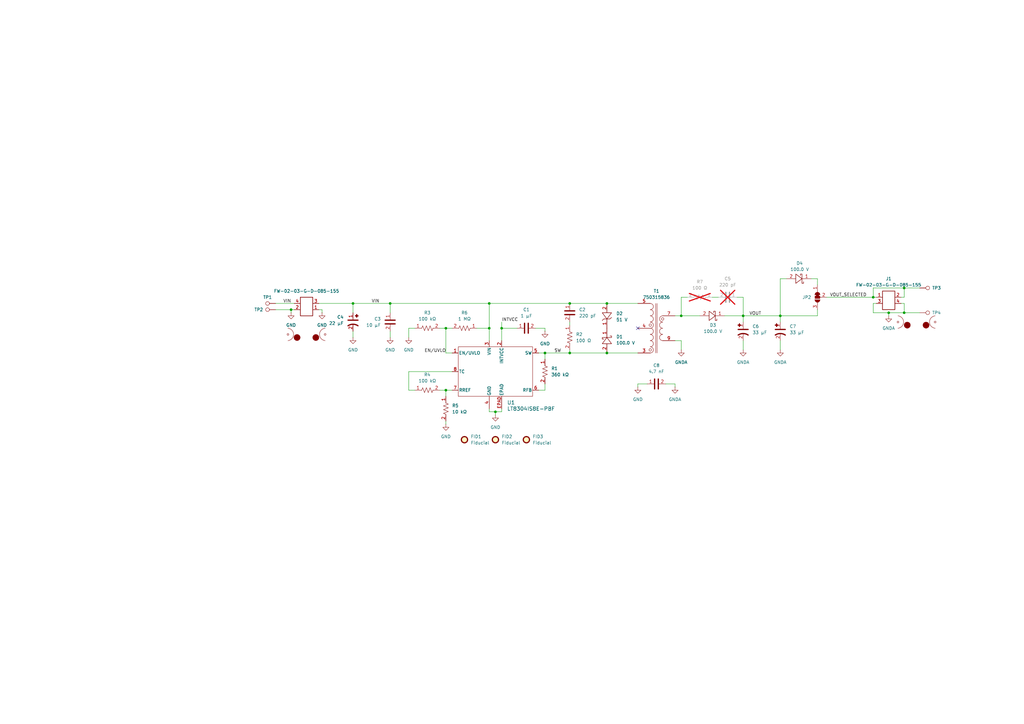
<source format=kicad_sch>
(kicad_sch (version 20250114) (generator "eeschema") (generator_version "9.0")
  (paper "A3")
  (lib_symbols
    (symbol "UNITED_CAPACITORS_DATA_BASE:C_50SVPK22M22" (pin_names (offset 0.254))
      (property "Reference" "C" (at 0 5.08 0))
      (property "Value" "22 µF" (at 0 -5.08 0))
      (symbol "C_50SVPK22M22_1_1"
        (pin unspecified line (at -3.81 0 0) (length 2.8) (name "") (number "1"))
        (pin unspecified line (at 3.81 0 180) (length 2.8) (name "") (number "2"))
      )
    )
    (symbol "UNITED_CAPACITORS_DATA_BASE:C_A768KE336M1HLAE042336" (pin_names (offset 0.254))
      (property "Reference" "C" (at 0 5.08 0))
      (property "Value" "33 µF" (at 0 -5.08 0))
      (symbol "C_A768KE336M1HLAE042336_1_1"
        (pin unspecified line (at -3.81 0 0) (length 2.8) (name "") (number "1"))
        (pin unspecified line (at 3.81 0 180) (length 2.8) (name "") (number "2"))
      )
    )
    (symbol "UNITED_CAPACITORS_DATA_BASE:C_C1206R105K3RAC7800" (pin_names (offset 0.254))
      (property "Reference" "C" (at 0 5.08 0))
      (property "Value" "1 µF" (at 0 -5.08 0))
      (symbol "C_C1206R105K3RAC7800_1_1"
        (pin unspecified line (at -3.81 0 0) (length 2.8) (name "") (number "1"))
        (pin unspecified line (at 3.81 0 180) (length 2.8) (name "") (number "2"))
      )
    )
    (symbol "UNITED_CAPACITORS_DATA_BASE:C_C1210C472KFRACAUTO" (pin_names (offset 0.254))
      (property "Reference" "C" (at 0 5.08 0))
      (property "Value" "4.7 nF" (at 0 -5.08 0))
      (symbol "C_C1210C472KFRACAUTO_1_1"
        (pin unspecified line (at -3.81 0 0) (length 2.8) (name "") (number "1"))
        (pin unspecified line (at 3.81 0 180) (length 2.8) (name "") (number "2"))
      )
    )
    (symbol "UNITED_CAPACITORS_DATA_BASE:C_CC0603JRNPO9BN221" (pin_names (offset 0.254))
      (property "Reference" "C" (at 0 5.08 0))
      (property "Value" "220 pF" (at 0 -5.08 0))
      (symbol "C_CC0603JRNPO9BN221_1_1"
        (pin unspecified line (at -3.81 0 0) (length 2.8) (name "") (number "1"))
        (pin unspecified line (at 3.81 0 180) (length 2.8) (name "") (number "2"))
      )
    )
    (symbol "UNITED_CAPACITORS_DATA_BASE:C_CL31B106KBHNNN#" (pin_names (offset 0.254))
      (property "Reference" "C" (at 0 5.08 0))
      (property "Value" "10 µF" (at 0 -5.08 0))
      (symbol "C_CL31B106KBHNNN#_1_1"
        (pin unspecified line (at -3.81 0 0) (length 2.8) (name "") (number "1"))
        (pin unspecified line (at 3.81 0 180) (length 2.8) (name "") (number "2"))
      )
    )
    (symbol "UNITED_CONNECTORS_DATA_BASE:J_FW-02-03-G-D-085-155" (pin_names (offset 0.254))
      (property "Reference" "J" (at 5.08 5.08 0))
      (property "Value" "FW-02-03-G-D-085-155" (at 5.08 -5.08 0))
      (symbol "J_FW-02-03-G-D-085-155_0_0"
        (pin unspecified line (at -5.08 1.27 0) (length 2.54) (name "") (number "1"))
        (pin unspecified line (at -5.08 -1.27 0) (length 2.54) (name "") (number "3"))
        (pin unspecified line (at 5.08 1.27 180) (length 2.54) (name "") (number "2"))
        (pin unspecified line (at 5.08 -1.27 180) (length 2.54) (name "") (number "4"))
      )
    )
    (symbol "UNITED_DIODES_DATA_BASE:D_BZX384-B51" (pin_names (offset 0.254))
      (property "Reference" "D" (at 0 5.08 0))
      (property "Value" "51 V" (at 0 -5.08 0))
      (symbol "D_BZX384-B51_1_0"
        (pin unspecified line (at -5.08 0 0) (length 3.81) (name "") (number "2"))
        (pin unspecified line (at 5.08 0 180) (length 3.81) (name "") (number "1"))
      )
    )
    (symbol "UNITED_DIODES_DATA_BASE:D_PMEG10020AELR" (pin_names (offset 0.254))
      (property "Reference" "D" (at 0 5.08 0))
      (property "Value" "100.0 V" (at 0 -5.08 0))
      (symbol "D_PMEG10020AELR_1_0"
        (pin unspecified line (at -5.08 0 0) (length 3.81) (name "") (number "2"))
        (pin unspecified line (at 5.08 0 180) (length 3.81) (name "") (number "1"))
      )
    )
    (symbol "UNITED_IC_ADI:U_LT8304IS8E-PBF" (pin_names (offset 0.254))
      (property "Reference" "U" (at 15.24 12.7 0))
      (property "Value" "LT8304IS8E-PBF" (at 15.24 15.24 0))
      (symbol "U_LT8304IS8E-PBF_0_1"
        (pin unspecified line (at -17.78 7.62 0) (length 2.54) (name "EN/UVLO") (number "1"))
        (pin unspecified line (at -17.78 0 0) (length 2.54) (name "TC") (number "8"))
        (pin unspecified line (at -17.78 -7.62 0) (length 2.54) (name "RREF") (number "7"))
        (pin input line (at -2.54 12.7 270) (length 2.54) (name "VIN") (number "3"))
        (pin unspecified line (at 2.54 12.7 270) (length 2.54) (name "INTVCC") (number "2"))
        (pin unspecified line (at 17.78 7.62 180) (length 2.54) (name "SW") (number "5"))
        (pin unspecified line (at 17.78 -7.62 180) (length 2.54) (name "RFB") (number "6"))
      )
      (symbol "U_LT8304IS8E-PBF_1_1"
        (pin power_in line (at -2.54 -15.24 90) (length 5.08) (name "GND") (number "4"))
        (pin unspecified line (at 2.54 -15.24 90) (length 5.08) (name "EPAD") (number "EPAD"))
      )
    )
    (symbol "UNITED_MOUSE_BITES_DATA_BASE:mouse-bite-midle-50mil-200mil" (pin_names (offset 1.016)))
    (symbol "UNITED_NO_COMPONENTS_DATA_BASE:Fiducial"
      (property "Reference" "FID" (at 0 5.08 0))
      (property "Value" "Fiducial" (at 0 3.175 0))
    )
    (symbol "UNITED_RESISTORS_DATA_BASE:R_CRCW0603100RFKEAHP" (pin_names (offset 0.254))
      (property "Reference" "R" (at 0 2.54 0))
      (property "Value" "100 Ω" (at 0 -2.54 0))
      (symbol "R_CRCW0603100RFKEAHP_1_1"
        (pin unspecified line (at -5.08 0 0) (length 2.54) (name "") (number "1"))
        (pin unspecified line (at 5.08 0 180) (length 2.54) (name "") (number "2"))
      )
    )
    (symbol "UNITED_RESISTORS_DATA_BASE:R_ERJ-2GEJ104X" (pin_names (offset 0.254))
      (property "Reference" "R" (at 0 2.54 0))
      (property "Value" "100 kΩ" (at 0 -2.54 0))
      (symbol "R_ERJ-2GEJ104X_1_1"
        (pin unspecified line (at -5.08 0 0) (length 2.54) (name "") (number "1"))
        (pin unspecified line (at 5.08 0 180) (length 2.54) (name "") (number "2"))
      )
    )
    (symbol "UNITED_RESISTORS_DATA_BASE:R_ERJ-2RKF1002X" (pin_names (offset 0.254))
      (property "Reference" "R" (at 0 2.54 0))
      (property "Value" "10 kΩ" (at 0 -2.54 0))
      (symbol "R_ERJ-2RKF1002X_1_1"
        (pin unspecified line (at -5.08 0 0) (length 2.54) (name "") (number "1"))
        (pin unspecified line (at 5.08 0 180) (length 2.54) (name "") (number "2"))
      )
    )
    (symbol "UNITED_RESISTORS_DATA_BASE:R_ERJ-3EKF1004V" (pin_names (offset 0.254))
      (property "Reference" "R" (at 0 2.54 0))
      (property "Value" "1 MΩ" (at 0 -2.54 0))
      (symbol "R_ERJ-3EKF1004V_1_1"
        (pin unspecified line (at -5.08 0 0) (length 2.54) (name "") (number "1"))
        (pin unspecified line (at 5.08 0 180) (length 2.54) (name "") (number "2"))
      )
    )
    (symbol "UNITED_RESISTORS_DATA_BASE:R_RC0805FR-07360KL" (pin_names (offset 0.254))
      (property "Reference" "R" (at 0 2.54 0))
      (property "Value" "360 kΩ" (at 0 -2.54 0))
      (symbol "R_RC0805FR-07360KL_1_1"
        (pin unspecified line (at -5.08 0 0) (length 2.54) (name "") (number "1"))
        (pin unspecified line (at 5.08 0 180) (length 2.54) (name "") (number "2"))
      )
    )
    (symbol "UNITED_SOLDER_JUMPERS:SolderJumper_3_Bridged_1_2" (pin_names (offset 0) (hide yes))
      (property "Reference" "JP" (at 0 2.54 0))
      (symbol "SolderJumper_3_Bridged_1_2_1_1"
        (pin passive line (at -5.08 0 0) (length 2.54) (name "A") (number "1"))
        (pin passive line (at 0 -3.81 90) (length 2.54) (name "C") (number "2"))
        (pin passive line (at 5.08 0 180) (length 2.54) (name "B") (number "3"))
      )
    )
    (symbol "UNITED_TEST_POINTS:TestPoint_Castelated" (pin_numbers (hide yes)) (pin_names (offset 0.762) (hide yes))
      (property "Reference" "TP" (at 0 5.08 0))
      (symbol "TestPoint_Castelated_1_1"
        (pin passive line (at 0 0 90) (length 2.54) (name "1") (number "1"))
      )
    )
    (symbol "UNITED_TRANSFORMERS_DATA_BASE:T_750315836" (pin_names (offset 0.254))
      (property "Reference" "T" (at 0 12.7 0))
      (property "Value" "750315836" (at 0 -12.7 0))
      (symbol "T_750315836_1_1"
        (pin unspecified line (at -7.62 10.16 0) (length 5.08) (name "") (number "3"))
        (pin no_connect line (at -7.62 5.08 0) (length 2.54) (hide yes) (name "") (number "1"))
        (pin unspecified line (at -7.62 0 0) (length 5.08) (name "") (number "4"))
        (pin no_connect line (at -7.62 -5.08 0) (length 2.54) (hide yes) (name "") (number "2"))
        (pin unspecified line (at -7.62 -10.16 0) (length 5.08) (name "") (number "5"))
        (pin unspecified line (at 7.62 5.08 180) (length 5.08) (name "") (number "9"))
        (pin no_connect line (at 7.62 2.54 180) (length 2.54) (hide yes) (name "") (number "6"))
        (pin no_connect line (at 7.62 0 180) (length 2.54) (hide yes) (name "") (number "8"))
        (pin no_connect line (at 7.62 -2.54 180) (length 2.54) (hide yes) (name "") (number "10"))
        (pin unspecified line (at 7.62 -5.08 180) (length 5.08) (name "") (number "7"))
      )
      (symbol "T_750315836_1_2"
        (pin unspecified line (at -7.62 10.16 0) (length 5.08) (name "") (number "3"))
        (pin no_connect line (at -7.62 5.08 0) (length 2.54) (hide yes) (name "") (number "1"))
        (pin unspecified line (at -7.62 0 0) (length 5.08) (name "") (number "4"))
        (pin no_connect line (at -7.62 -5.08 0) (length 2.54) (hide yes) (name "") (number "2"))
        (pin unspecified line (at -7.62 -10.16 0) (length 5.08) (name "") (number "5"))
        (pin unspecified line (at 7.62 5.08 180) (length 5.08) (name "") (number "7"))
        (pin no_connect line (at 7.62 2.54 180) (length 2.54) (hide yes) (name "") (number "6"))
        (pin no_connect line (at 7.62 0 180) (length 2.54) (hide yes) (name "") (number "8"))
        (pin no_connect line (at 7.62 -2.54 180) (length 2.54) (hide yes) (name "") (number "10"))
        (pin unspecified line (at 7.62 -5.08 180) (length 5.08) (name "") (number "9"))
      )
    )
    (symbol "power:GND" (power) (pin_numbers (hide yes)) (pin_names (offset 0) (hide yes))
      (property "Value" "GND" (at 0 -3.81 0))
      (symbol "GND_1_1"
        (pin power_in line (at 0 0 270) (length 0) (name "~") (number "1"))
      )
    )
    (symbol "power:GNDA" (power) (pin_numbers (hide yes)) (pin_names (offset 0) (hide yes))
      (property "Value" "GNDA" (at 0 -3.81 0))
      (symbol "GNDA_1_1"
        (pin power_in line (at 0 0 270) (length 0) (name "~") (number "1"))
      )
    )
  )
  (junction (at 203.2 168.91))
  (junction (at 304.8 129.54))
  (junction (at 144.78 124.46))
  (junction (at 119.38 127))
  (junction (at 370.84 128.27))
  (junction (at 223.52 144.78))
  (junction (at 233.68 124.46))
  (junction (at 233.68 144.78))
  (junction (at 160.02 124.46))
  (junction (at 358.14 121.92))
  (junction (at 364.49 128.27))
  (junction (at 248.92 144.78))
  (junction (at 279.4 129.54))
  (junction (at 248.92 124.46))
  (junction (at 182.88 160.02))
  (junction (at 200.66 124.46))
  (junction (at 205.74 134.62))
  (junction (at 370.84 118.11))
  (junction (at 320.04 129.54))
  (junction (at 200.66 134.62))
  (junction (at 182.88 134.62))
  (no_connect (at 261.62 134.62))
  (wire (pts (xy 233.68 144.78) (xy 248.92 144.78)))
  (wire (pts (xy 279.4 129.54) (xy 287.02 129.54)))
  (wire (pts (xy 304.8 129.54) (xy 297.18 129.54)))
  (wire (pts (xy 119.38 127) (xy 119.38 128.27)))
  (wire (pts (xy 120.65 127) (xy 119.38 127)))
  (wire (pts (xy 205.74 167.64) (xy 205.74 168.91)))
  (wire (pts (xy 279.4 143.51) (xy 279.4 139.7)))
  (wire (pts (xy 335.28 114.3) (xy 335.28 116.84)))
  (wire (pts (xy 205.74 132.08) (xy 205.74 134.62)))
  (wire (pts (xy 261.62 158.75) (xy 261.62 157.48)))
  (wire (pts (xy 200.66 134.62) (xy 200.66 139.7)))
  (wire (pts (xy 167.64 152.4) (xy 185.42 152.4)))
  (wire (pts (xy 335.28 127) (xy 335.28 129.54)))
  (wire (pts (xy 359.41 121.92) (xy 358.14 121.92)))
  (wire (pts (xy 144.78 135.89) (xy 144.78 138.43)))
  (wire (pts (xy 304.8 129.54) (xy 304.8 132.08)))
  (wire (pts (xy 358.14 124.46) (xy 358.14 128.27)))
  (wire (pts (xy 364.49 128.27) (xy 364.49 129.54)))
  (wire (pts (xy 339.09 121.92) (xy 358.14 121.92)))
  (wire (pts (xy 144.78 124.46) (xy 160.02 124.46)))
  (wire (pts (xy 113.03 124.46) (xy 120.65 124.46)))
  (wire (pts (xy 195.58 134.62) (xy 200.66 134.62)))
  (wire (pts (xy 113.03 127) (xy 119.38 127)))
  (wire (pts (xy 144.78 128.27) (xy 144.78 124.46)))
  (wire (pts (xy 167.64 152.4) (xy 167.64 160.02)))
  (wire (pts (xy 281.94 121.92) (xy 279.4 121.92)))
  (wire (pts (xy 167.64 134.62) (xy 170.18 134.62)))
  (wire (pts (xy 182.88 160.02) (xy 185.42 160.02)))
  (wire (pts (xy 233.68 132.08) (xy 233.68 133.35)))
  (wire (pts (xy 279.4 121.92) (xy 279.4 129.54)))
  (wire (pts (xy 261.62 157.48) (xy 265.43 157.48)))
  (wire (pts (xy 320.04 129.54) (xy 320.04 132.08)))
  (wire (pts (xy 223.52 135.89) (xy 223.52 134.62)))
  (wire (pts (xy 223.52 157.48) (xy 223.52 160.02)))
  (wire (pts (xy 160.02 124.46) (xy 160.02 128.27)))
  (wire (pts (xy 167.64 160.02) (xy 170.18 160.02)))
  (wire (pts (xy 276.86 157.48) (xy 276.86 158.75)))
  (wire (pts (xy 185.42 144.78) (xy 182.88 144.78)))
  (wire (pts (xy 223.52 160.02) (xy 220.98 160.02)))
  (wire (pts (xy 292.1 121.92) (xy 294.64 121.92)))
  (wire (pts (xy 364.49 128.27) (xy 370.84 128.27)))
  (wire (pts (xy 248.92 144.78) (xy 261.62 144.78)))
  (wire (pts (xy 200.66 124.46) (xy 233.68 124.46)))
  (wire (pts (xy 369.57 124.46) (xy 370.84 124.46)))
  (wire (pts (xy 182.88 144.78) (xy 182.88 134.62)))
  (wire (pts (xy 223.52 144.78) (xy 223.52 147.32)))
  (wire (pts (xy 160.02 124.46) (xy 200.66 124.46)))
  (wire (pts (xy 322.58 114.3) (xy 320.04 114.3)))
  (wire (pts (xy 370.84 124.46) (xy 370.84 128.27)))
  (wire (pts (xy 304.8 129.54) (xy 320.04 129.54)))
  (wire (pts (xy 205.74 134.62) (xy 212.09 134.62)))
  (wire (pts (xy 320.04 114.3) (xy 320.04 129.54)))
  (wire (pts (xy 200.66 167.64) (xy 200.66 168.91)))
  (wire (pts (xy 160.02 135.89) (xy 160.02 138.43)))
  (wire (pts (xy 203.2 168.91) (xy 205.74 168.91)))
  (wire (pts (xy 132.08 127) (xy 132.08 128.27)))
  (wire (pts (xy 358.14 128.27) (xy 364.49 128.27)))
  (wire (pts (xy 359.41 124.46) (xy 358.14 124.46)))
  (wire (pts (xy 320.04 139.7) (xy 320.04 143.51)))
  (wire (pts (xy 182.88 160.02) (xy 182.88 162.56)))
  (wire (pts (xy 180.34 160.02) (xy 182.88 160.02)))
  (wire (pts (xy 276.86 129.54) (xy 279.4 129.54)))
  (wire (pts (xy 358.14 118.11) (xy 358.14 121.92)))
  (wire (pts (xy 223.52 134.62) (xy 219.71 134.62)))
  (wire (pts (xy 370.84 118.11) (xy 370.84 121.92)))
  (wire (pts (xy 370.84 128.27) (xy 377.19 128.27)))
  (wire (pts (xy 302.26 121.92) (xy 304.8 121.92)))
  (wire (pts (xy 167.64 138.43) (xy 167.64 134.62)))
  (wire (pts (xy 279.4 139.7) (xy 276.86 139.7)))
  (wire (pts (xy 369.57 121.92) (xy 370.84 121.92)))
  (wire (pts (xy 304.8 121.92) (xy 304.8 129.54)))
  (wire (pts (xy 203.2 170.18) (xy 203.2 168.91)))
  (wire (pts (xy 182.88 134.62) (xy 185.42 134.62)))
  (wire (pts (xy 205.74 134.62) (xy 205.74 139.7)))
  (wire (pts (xy 130.81 127) (xy 132.08 127)))
  (wire (pts (xy 220.98 144.78) (xy 223.52 144.78)))
  (wire (pts (xy 304.8 139.7) (xy 304.8 143.51)))
  (wire (pts (xy 233.68 143.51) (xy 233.68 144.78)))
  (wire (pts (xy 182.88 134.62) (xy 180.34 134.62)))
  (wire (pts (xy 200.66 168.91) (xy 203.2 168.91)))
  (wire (pts (xy 200.66 124.46) (xy 200.66 134.62)))
  (wire (pts (xy 223.52 144.78) (xy 233.68 144.78)))
  (wire (pts (xy 358.14 118.11) (xy 370.84 118.11)))
  (wire (pts (xy 335.28 129.54) (xy 320.04 129.54)))
  (wire (pts (xy 332.74 114.3) (xy 335.28 114.3)))
  (wire (pts (xy 182.88 172.72) (xy 182.88 173.99)))
  (wire (pts (xy 273.05 157.48) (xy 276.86 157.48)))
  (wire (pts (xy 130.81 124.46) (xy 144.78 124.46)))
  (wire (pts (xy 370.84 118.11) (xy 377.19 118.11)))
  (wire (pts (xy 248.92 124.46) (xy 261.62 124.46)))
  (wire (pts (xy 233.68 124.46) (xy 248.92 124.46)))
  (label "VOUT_SELECTED" (at 340.36 121.92 0))
  (label "SW" (at 227.33 144.78 0))
  (label "VIN" (at 152.4 124.46 0))
  (label "INTVCC" (at 205.74 132.08 0))
  (label "VIN" (at 119.38 124.46 180))
  (label "EN{slash}UVLO" (at 182.88 144.78 180))
  (label "VOUT" (at 307.34 129.54 0))
  (symbol (lib_id "power:GNDA") (at 279.4 143.51 0) (unit 1)
    (property "Reference" "#PWR2" (effects (hide yes)))
    (property "Value" "GNDA" (at 279.4 148.59 0))
    (property "Description" "Power symbol creates a global label with name \"GNDA\" , analog ground" (effects (hide yes)))
  )
  (symbol (lib_id "UNITED_CAPACITORS_DATA_BASE:C_50SVPK22M22") (at 144.78 132.08 90) (mirror x) (unit 1)
    (property "Reference" "C4" (at 140.97 130.0479 90) (effects (justify left)))
    (property "Value" "22 µF" (at 140.97 132.5879 90) (effects (justify left)))
    (property "Footprint" "capacitor_footprints:C_023x0248_5_9x6_3Metric" (effects (hide yes)))
    (property "Datasheet" "https://industrial.panasonic.com/cdbs/www-data/pdf/AAB8000/AAB8000C226.pdf" (effects (hide yes)))
    (property "Description" "CAP SMD 22 µF Polymer 20% 023x0248 50V" (effects (hide yes)))
    (property "3dviewer Link" "https://3dviewer.net/index.html#model=https://github.com/ionutms/KiCAD_Symbols_Generator/blob/main/3D_models/C_023x0248.step" (effects (hide yes)))
    (property "Capacitor Type" "Polymer" (effects (hide yes)))
    (property "Case Code - in" "023x0248" (effects (hide yes)))
    (property "Case Code - mm" "5_9x6_3" (effects (hide yes)))
    (property "Dielectric" "Polymer" (effects (hide yes)))
    (property "MPN" "50SVPK22M22" (effects (hide yes)))
    (property "Manufacturer" "Panasonic" (effects (hide yes)))
    (property "Series" "50SVPK22M" (effects (hide yes)))
    (property "Symbol Name" "C_50SVPK22M22" (effects (hide yes)))
    (property "Tolerance" "20%" (effects (hide yes)))
    (property "Trustedparts Search" "https://www.trustedparts.com/en/search/50SVPK22M22" (effects (hide yes)))
    (property "Voltage Rating" "50V" (effects (hide yes)))
  )
  (symbol (lib_id "UNITED_DIODES_DATA_BASE:D_BZX384-B51") (at 248.92 129.54 270) (unit 1)
    (property "Reference" "D2" (at 252.73 128.5874 90) (effects (justify left)))
    (property "Value" "51 V" (at 252.73 131.1274 90) (effects (justify left)))
    (property "Footprint" "diode_footprints:SOD323" (effects (hide yes)))
    (property "Datasheet" "https://assets.nexperia.com/documents/data-sheet/BZX384_SER.pdf" (effects (hide yes)))
    (property "Description" "Zener SMD 51 V" (effects (hide yes)))
    (property "Diode Type" "Zener" (effects (hide yes)))
    (property "MPN" "BZX384-B51" (effects (hide yes)))
    (property "Manufacturer" "Nexperia" (effects (hide yes)))
    (property "Maximum DC Current (A)" "0.0" (effects (hide yes)))
    (property "Series" "BZX384-B" (effects (hide yes)))
    (property "Symbol Name" "D_BZX384-B51" (effects (hide yes)))
    (property "Trustedparts Search" "https://www.trustedparts.com/en/search/BZX384-B51" (effects (hide yes)))
  )
  (symbol (lib_id "UNITED_TEST_POINTS:TestPoint_Castelated") (at 113.03 124.46 90) (unit 1)
    (property "Reference" "TP1" (at 109.728 121.92 90))
    (property "Value" "TestPoint" (effects (hide yes)))
    (property "Footprint" "test_point_footprints:TestPoint_THTPad_Castelated" (effects (hide yes)))
    (property "Description" "test point" (effects (hide yes)))
  )
  (symbol (lib_id "power:GNDA") (at 320.04 143.51 0) (unit 1)
    (property "Reference" "#PWR9" (effects (hide yes)))
    (property "Value" "GNDA" (at 320.04 148.59 0))
    (property "Description" "Power symbol creates a global label with name \"GNDA\" , analog ground" (effects (hide yes)))
  )
  (symbol (lib_id "UNITED_NO_COMPONENTS_DATA_BASE:Fiducial") (at 190.5 180.34 0) (unit 1)
    (property "Reference" "FID1" (at 193.04 179.0699 0) (effects (justify left)))
    (property "Value" "Fiducial" (at 193.04 181.6099 0) (effects (justify left)))
    (property "Footprint" "no_components_footprints:Fiducial_0.5mm_Mask1mm" (effects (hide yes)))
    (property "Description" "Fiducial Marker" (effects (hide yes)))
  )
  (symbol (lib_id "UNITED_RESISTORS_DATA_BASE:R_CRCW0603100RFKEAHP") (at 287.02 121.92 180) (unit 1) (dnp yes)
    (property "Reference" "R7" (at 287.02 115.57 0))
    (property "Value" "100 Ω" (at 287.02 118.11 0))
    (property "Footprint" "resistor_footprints:R_0603_1608Metric" (effects (hide yes)))
    (property "Datasheet" "https://www.vishay.com/docs/20043/crcwhpe3.pdf" (effects (hide yes)))
    (property "Description" "RES SMD 100 Ω 1% 0603 75V" (effects (hide yes)))
    (property "3dviewer Link" "https://3dviewer.net/index.html#model=https://github.com/ionutms/KiCAD_Symbols_Generator/blob/main/3D_models/R_0603.step" (effects (hide yes)))
    (property "Case Code - in" "0603" (effects (hide yes)))
    (property "Case Code - mm" "1608" (effects (hide yes)))
    (property "Component Type" "Resistor" (effects (hide yes)))
    (property "MPN" "CRCW0603100RFKEAHP" (effects (hide yes)))
    (property "Manufacturer" "Vishay" (effects (hide yes)))
    (property "Series" "CRCW0603" (effects (hide yes)))
    (property "Symbol Name" "R_CRCW0603100RFKEAHP" (effects (hide yes)))
    (property "Temperature Coefficient" "100 ppm/°C" (effects (hide yes)))
    (property "Tolerance" "1%" (effects (hide yes)))
    (property "Trustedparts Search" "https://www.trustedparts.com/en/search/CRCW0603100RFKEAHP" (effects (hide yes)))
    (property "Voltage Rating" "75V" (effects (hide yes)))
  )
  (symbol (lib_id "UNITED_DIODES_DATA_BASE:D_PMEG10020AELR") (at 327.66 114.3 0) (unit 1)
    (property "Reference" "D4" (at 327.9775 107.95 0))
    (property "Value" "100.0 V" (at 327.9775 110.49 0))
    (property "Footprint" "diode_footprints:SOD123W" (effects (hide yes)))
    (property "Datasheet" "https://assets.nexperia.com/documents/data-sheet/PMEG10020AELR.pdf" (effects (hide yes)))
    (property "Description" "Schottky SMD 100.0 V" (effects (hide yes)))
    (property "Diode Type" "Schottky" (effects (hide yes)))
    (property "MPN" "PMEG10020AELR" (effects (hide yes)))
    (property "Manufacturer" "Nexperia" (effects (hide yes)))
    (property "Maximum DC Current (A)" "2.0" (effects (hide yes)))
    (property "Series" "PMEG10020AELR" (effects (hide yes)))
    (property "Symbol Name" "D_PMEG10020AELR" (effects (hide yes)))
    (property "Trustedparts Search" "https://www.trustedparts.com/en/search/PMEG10020AELR" (effects (hide yes)))
  )
  (symbol (lib_id "UNITED_DIODES_DATA_BASE:D_PMEG10020AELR") (at 248.92 139.7 90) (unit 1)
    (property "Reference" "D1" (at 252.73 138.1124 90) (effects (justify right)))
    (property "Value" "100.0 V" (at 252.73 140.6524 90) (effects (justify right)))
    (property "Footprint" "diode_footprints:SOD123W" (effects (hide yes)))
    (property "Datasheet" "https://assets.nexperia.com/documents/data-sheet/PMEG10020AELR.pdf" (effects (hide yes)))
    (property "Description" "Schottky SMD 100.0 V" (effects (hide yes)))
    (property "Diode Type" "Schottky" (effects (hide yes)))
    (property "MPN" "PMEG10020AELR" (effects (hide yes)))
    (property "Manufacturer" "Nexperia" (effects (hide yes)))
    (property "Maximum DC Current (A)" "2.0" (effects (hide yes)))
    (property "Series" "PMEG10020AELR" (effects (hide yes)))
    (property "Symbol Name" "D_PMEG10020AELR" (effects (hide yes)))
    (property "Trustedparts Search" "https://www.trustedparts.com/en/search/PMEG10020AELR" (effects (hide yes)))
  )
  (symbol (lib_id "UNITED_TEST_POINTS:TestPoint_Castelated") (at 377.19 128.27 270) (mirror x) (unit 1)
    (property "Reference" "TP4" (at 382.27 128.2699 90) (effects (justify left)))
    (property "Value" "TestPoint" (effects (hide yes)))
    (property "Footprint" "test_point_footprints:TestPoint_THTPad_Castelated" (effects (hide yes)))
    (property "Description" "test point" (effects (hide yes)))
  )
  (symbol (lib_id "power:GND") (at 119.38 128.27 0) (unit 1)
    (property "Reference" "#PWR16" (effects (hide yes)))
    (property "Value" "GND" (at 119.38 133.35 0))
    (property "Description" "Power symbol creates a global label with name \"GND\" , ground" (effects (hide yes)))
  )
  (symbol (lib_id "power:GNDA") (at 276.86 158.75 0) (unit 1)
    (property "Reference" "#PWR12" (effects (hide yes)))
    (property "Value" "GNDA" (at 276.86 163.83 0))
    (property "Description" "Power symbol creates a global label with name \"GNDA\" , analog ground" (effects (hide yes)))
  )
  (symbol (lib_id "UNITED_CONNECTORS_DATA_BASE:J_FW-02-03-G-D-085-155") (at 364.49 123.19 0) (unit 1)
    (property "Reference" "J1" (at 364.49 114.3 0))
    (property "Value" "FW-02-03-G-D-085-155" (at 364.49 116.84 0))
    (property "Footprint" "connector_footprints:FW-02-03-G-D-085-155" (effects (hide yes)))
    (property "Datasheet" "https://suddendocs.samtec.com/catalog_english/fw_sm.pdf?_gl=1*1xtxv9c*_gcl_au*MTM0MTYyNTQ5MS4xNzM2MDk5MTUz*_ga*MTYxNDYyMTQ0Mi4xNzM2MDk5MTUz*_ga_3KFNZC07WW*MTczODE2NTI0NS4zMi4xLjE3MzgxNjU1NjMuNjAuMC4w" (effects (hide yes)))
    (property "Description" "Samtec FW-xx-03-G-D-085-155 series,  2 positions connector,  1.27 mm pitch,  Black,  Vertical mounting,  5.2 A,  300 V,  Surface Mount,  Gold plated" (effects (hide yes)))
    (property "Color" "Black" (effects (hide yes)))
    (property "Contact Plating" "Gold" (effects (hide yes)))
    (property "Current Rating (A)" "5.2" (effects (hide yes)))
    (property "MPN" "FW-02-03-G-D-085-155" (effects (hide yes)))
    (property "Manufacturer" "Samtec" (effects (hide yes)))
    (property "Mounting Angle" "Vertical" (effects (hide yes)))
    (property "Mounting Style" "Surface Mount" (effects (hide yes)))
    (property "Number of Rows" "2" (effects (hide yes)))
    (property "Pin Count" "2" (effects (hide yes)))
    (property "Pitch (mm)" "1.27" (effects (hide yes)))
    (property "Series" "FW-xx-03-G-D-085-155" (effects (hide yes)))
    (property "Symbol Name" "J_FW-02-03-G-D-085-155" (effects (hide yes)))
    (property "Trustedparts Search" "https://www.trustedparts.com/en/search/FW-02-03-G-D-085-155" (effects (hide yes)))
    (property "Voltage Rating (V)" "300" (effects (hide yes)))
  )
  (symbol (lib_id "UNITED_CAPACITORS_DATA_BASE:C_CC0603JRNPO9BN221") (at 233.68 128.27 270) (unit 1)
    (property "Reference" "C2" (at 237.49 126.9999 90) (effects (justify left)))
    (property "Value" "220 pF" (at 237.49 129.5399 90) (effects (justify left)))
    (property "Footprint" "capacitor_footprints:C_0603_1608Metric" (effects (hide yes)))
    (property "Datasheet" "https://www.yageo.com/en/Chart/Download/pdf/CC0603JRNPO9BN221" (effects (hide yes)))
    (property "Description" "CAP SMD 220 pF C0G (NP0) 5% 0603 50V" (effects (hide yes)))
    (property "3dviewer Link" "https://3dviewer.net/index.html#model=https://github.com/ionutms/KiCAD_Symbols_Generator/blob/main/3D_models/C_0603.step" (effects (hide yes)))
    (property "Capacitor Type" "Ceramic" (effects (hide yes)))
    (property "Case Code - in" "0603" (effects (hide yes)))
    (property "Case Code - mm" "1608" (effects (hide yes)))
    (property "Dielectric" "C0G (NP0)" (effects (hide yes)))
    (property "MPN" "CC0603JRNPO9BN221" (effects (hide yes)))
    (property "Manufacturer" "YAGEO" (effects (hide yes)))
    (property "Series" "CC0603JRNPO9BN" (effects (hide yes)))
    (property "Symbol Name" "C_CC0603JRNPO9BN221" (effects (hide yes)))
    (property "Tolerance" "5%" (effects (hide yes)))
    (property "Trustedparts Search" "https://www.trustedparts.com/en/search/CC0603JRNPO9BN221" (effects (hide yes)))
    (property "Voltage Rating" "50V" (effects (hide yes)))
  )
  (symbol (lib_id "power:GND") (at 160.02 138.43 0) (unit 1)
    (property "Reference" "#PWR6" (effects (hide yes)))
    (property "Value" "GND" (at 160.02 143.51 0))
    (property "Description" "Power symbol creates a global label with name \"GND\" , ground" (effects (hide yes)))
  )
  (symbol (lib_id "UNITED_CAPACITORS_DATA_BASE:C_A768KE336M1HLAE042336") (at 304.8 135.89 270) (unit 1)
    (property "Reference" "C6" (at 308.61 133.8579 90) (effects (justify left)))
    (property "Value" "33 µF" (at 308.61 136.3979 90) (effects (justify left)))
    (property "Footprint" "capacitor_footprints:C_034x0263_8_0x6_7Metric" (effects (hide yes)))
    (property "Datasheet" "https://www.kemet.com/en/us/search.html?q=A768KE336M1HLAE042336" (effects (hide yes)))
    (property "Description" "CAP SMD 33 µF Polymer 20% 034x0263 50V" (effects (hide yes)))
    (property "3dviewer Link" "https://3dviewer.net/index.html#model=https://github.com/ionutms/KiCAD_Symbols_Generator/blob/main/3D_models/C_034x0263.step" (effects (hide yes)))
    (property "Capacitor Type" "Polymer" (effects (hide yes)))
    (property "Case Code - in" "034x0263" (effects (hide yes)))
    (property "Case Code - mm" "8_0x6_7" (effects (hide yes)))
    (property "Dielectric" "Polymer" (effects (hide yes)))
    (property "MPN" "A768KE336M1HLAE042336" (effects (hide yes)))
    (property "Manufacturer" "Kemet" (effects (hide yes)))
    (property "Series" "A768KE336M1HLAE042" (effects (hide yes)))
    (property "Symbol Name" "C_A768KE336M1HLAE042336" (effects (hide yes)))
    (property "Tolerance" "20%" (effects (hide yes)))
    (property "Trustedparts Search" "https://www.trustedparts.com/en/search/A768KE336M1HLAE042336" (effects (hide yes)))
    (property "Voltage Rating" "50V" (effects (hide yes)))
  )
  (symbol (lib_id "UNITED_RESISTORS_DATA_BASE:R_ERJ-2GEJ104X") (at 175.26 134.62 0) (unit 1)
    (property "Reference" "R3" (at 175.26 128.27 0))
    (property "Value" "100 kΩ" (at 175.26 130.81 0))
    (property "Footprint" "resistor_footprints:R_0402_1005Metric" (effects (hide yes)))
    (property "Datasheet" "https://industrial.panasonic.com/cdbs/www-data/pdf/RDA0000/AOA0000C301.pdf" (effects (hide yes)))
    (property "Description" "RES SMD 100 kΩ 5% 0402 50V" (effects (hide yes)))
    (property "3dviewer Link" "https://3dviewer.net/index.html#model=https://github.com/ionutms/KiCAD_Symbols_Generator/blob/main/3D_models/R_0402.step" (effects (hide yes)))
    (property "Case Code - in" "0402" (effects (hide yes)))
    (property "Case Code - mm" "1005" (effects (hide yes)))
    (property "Component Type" "Resistor" (effects (hide yes)))
    (property "MPN" "ERJ-2GEJ104X" (effects (hide yes)))
    (property "Manufacturer" "Panasonic" (effects (hide yes)))
    (property "Series" "ERJ-2GEJ" (effects (hide yes)))
    (property "Symbol Name" "R_ERJ-2GEJ104X" (effects (hide yes)))
    (property "Temperature Coefficient" "200 ppm/°C" (effects (hide yes)))
    (property "Tolerance" "5%" (effects (hide yes)))
    (property "Trustedparts Search" "https://www.trustedparts.com/en/search/ERJ-2GEJ104X" (effects (hide yes)))
    (property "Voltage Rating" "50V" (effects (hide yes)))
  )
  (symbol (lib_id "UNITED_NO_COMPONENTS_DATA_BASE:Fiducial") (at 203.2 180.34 0) (unit 1)
    (property "Reference" "FID2" (at 205.74 179.0699 0) (effects (justify left)))
    (property "Value" "Fiducial" (at 205.74 181.6099 0) (effects (justify left)))
    (property "Footprint" "no_components_footprints:Fiducial_0.5mm_Mask1mm" (effects (hide yes)))
    (property "Description" "Fiducial Marker" (effects (hide yes)))
  )
  (symbol (lib_id "UNITED_CAPACITORS_DATA_BASE:C_A768KE336M1HLAE042336") (at 320.04 135.89 270) (unit 1)
    (property "Reference" "C7" (at 323.85 133.8579 90) (effects (justify left)))
    (property "Value" "33 µF" (at 323.85 136.3979 90) (effects (justify left)))
    (property "Footprint" "capacitor_footprints:C_034x0263_8_0x6_7Metric" (effects (hide yes)))
    (property "Datasheet" "https://www.kemet.com/en/us/search.html?q=A768KE336M1HLAE042336" (effects (hide yes)))
    (property "Description" "CAP SMD 33 µF Polymer 20% 034x0263 50V" (effects (hide yes)))
    (property "3dviewer Link" "https://3dviewer.net/index.html#model=https://github.com/ionutms/KiCAD_Symbols_Generator/blob/main/3D_models/C_034x0263.step" (effects (hide yes)))
    (property "Capacitor Type" "Polymer" (effects (hide yes)))
    (property "Case Code - in" "034x0263" (effects (hide yes)))
    (property "Case Code - mm" "8_0x6_7" (effects (hide yes)))
    (property "Dielectric" "Polymer" (effects (hide yes)))
    (property "MPN" "A768KE336M1HLAE042336" (effects (hide yes)))
    (property "Manufacturer" "Kemet" (effects (hide yes)))
    (property "Series" "A768KE336M1HLAE042" (effects (hide yes)))
    (property "Symbol Name" "C_A768KE336M1HLAE042336" (effects (hide yes)))
    (property "Tolerance" "20%" (effects (hide yes)))
    (property "Trustedparts Search" "https://www.trustedparts.com/en/search/A768KE336M1HLAE042336" (effects (hide yes)))
    (property "Voltage Rating" "50V" (effects (hide yes)))
  )
  (symbol (lib_id "UNITED_DIODES_DATA_BASE:D_PMEG10020AELR") (at 292.1 129.54 0) (unit 1)
    (property "Reference" "D3" (at 292.4175 133.35 0))
    (property "Value" "100.0 V" (at 292.4175 135.89 0))
    (property "Footprint" "diode_footprints:SOD123W" (effects (hide yes)))
    (property "Datasheet" "https://assets.nexperia.com/documents/data-sheet/PMEG10020AELR.pdf" (effects (hide yes)))
    (property "Description" "Schottky SMD 100.0 V" (effects (hide yes)))
    (property "Diode Type" "Schottky" (effects (hide yes)))
    (property "MPN" "PMEG10020AELR" (effects (hide yes)))
    (property "Manufacturer" "Nexperia" (effects (hide yes)))
    (property "Maximum DC Current (A)" "2.0" (effects (hide yes)))
    (property "Series" "PMEG10020AELR" (effects (hide yes)))
    (property "Symbol Name" "D_PMEG10020AELR" (effects (hide yes)))
    (property "Trustedparts Search" "https://www.trustedparts.com/en/search/PMEG10020AELR" (effects (hide yes)))
  )
  (symbol (lib_id "UNITED_CAPACITORS_DATA_BASE:C_C1210C472KFRACAUTO") (at 269.24 157.48 0) (unit 1)
    (property "Reference" "C8" (at 269.24 149.86 0))
    (property "Value" "4.7 nF" (at 269.24 152.4 0))
    (property "Footprint" "capacitor_footprints:C_1210_140_3225Metric" (effects (hide yes)))
    (property "Datasheet" "https://www.kemet.com/en/us/search.html?q=C1210C472KFRACAUTO" (effects (hide yes)))
    (property "Description" "CAP SMD 4.7 nF X7R 10% 1210_140 1.5kV" (effects (hide yes)))
    (property "3dviewer Link" "https://3dviewer.net/index.html#model=https://github.com/ionutms/KiCAD_Symbols_Generator/blob/main/3D_models/C_1210.step" (effects (hide yes)))
    (property "Capacitor Type" "Ceramic" (effects (hide yes)))
    (property "Case Code - in" "1210_140" (effects (hide yes)))
    (property "Case Code - mm" "3225" (effects (hide yes)))
    (property "Dielectric" "X7R" (effects (hide yes)))
    (property "MPN" "C1210C472KFRACAUTO" (effects (hide yes)))
    (property "Manufacturer" "Kemet" (effects (hide yes)))
    (property "Series" "C1210C" (effects (hide yes)))
    (property "Symbol Name" "C_C1210C472KFRACAUTO" (effects (hide yes)))
    (property "Tolerance" "10%" (effects (hide yes)))
    (property "Trustedparts Search" "https://www.trustedparts.com/en/search/C1210C472KFRACAUTO" (effects (hide yes)))
    (property "Voltage Rating" "1.5kV" (effects (hide yes)))
  )
  (symbol (lib_id "UNITED_NO_COMPONENTS_DATA_BASE:Fiducial") (at 215.9 180.34 0) (unit 1)
    (property "Reference" "FID3" (at 218.44 179.0699 0) (effects (justify left)))
    (property "Value" "Fiducial" (at 218.44 181.6099 0) (effects (justify left)))
    (property "Footprint" "no_components_footprints:Fiducial_0.5mm_Mask1mm" (effects (hide yes)))
    (property "Description" "Fiducial Marker" (effects (hide yes)))
  )
  (symbol (lib_id "UNITED_MOUSE_BITES_DATA_BASE:mouse-bite-midle-50mil-200mil") (at 375.92 132.08 0) (mirror y) (unit 1)
    (property "Reference" "MB1" (effects (hide yes)))
    (property "Value" "mouse-bite-midle-50mil-200mil" (effects (hide yes)))
    (property "Footprint" "mouse_bite_footprints:mouse-bite-midle-50mil-200mil" (effects (hide yes)))
  )
  (symbol (lib_id "power:GNDA") (at 364.49 129.54 0) (unit 1)
    (property "Reference" "#PWR11" (effects (hide yes)))
    (property "Value" "GNDA" (at 364.49 134.62 0))
    (property "Description" "Power symbol creates a global label with name \"GNDA\" , analog ground" (effects (hide yes)))
  )
  (symbol (lib_id "power:GND") (at 261.62 158.75 0) (unit 1)
    (property "Reference" "#PWR13" (effects (hide yes)))
    (property "Value" "GND" (at 261.62 163.83 0))
    (property "Description" "Power symbol creates a global label with name \"GND\" , ground" (effects (hide yes)))
  )
  (symbol (lib_id "power:GND") (at 182.88 173.99 0) (unit 1)
    (property "Reference" "#PWR5" (effects (hide yes)))
    (property "Value" "GND" (at 182.88 179.07 0))
    (property "Description" "Power symbol creates a global label with name \"GND\" , ground" (effects (hide yes)))
  )
  (symbol (lib_id "UNITED_CAPACITORS_DATA_BASE:C_CC0603JRNPO9BN221") (at 298.45 121.92 180) (unit 1) (dnp yes)
    (property "Reference" "C5" (at 298.45 114.3 0))
    (property "Value" "220 pF" (at 298.45 116.84 0))
    (property "Footprint" "capacitor_footprints:C_0603_1608Metric" (effects (hide yes)))
    (property "Datasheet" "https://www.yageo.com/en/Chart/Download/pdf/CC0603JRNPO9BN221" (effects (hide yes)))
    (property "Description" "CAP SMD 220 pF C0G (NP0) 5% 0603 50V" (effects (hide yes)))
    (property "3dviewer Link" "https://3dviewer.net/index.html#model=https://github.com/ionutms/KiCAD_Symbols_Generator/blob/main/3D_models/C_0603.step" (effects (hide yes)))
    (property "Capacitor Type" "Ceramic" (effects (hide yes)))
    (property "Case Code - in" "0603" (effects (hide yes)))
    (property "Case Code - mm" "1608" (effects (hide yes)))
    (property "Dielectric" "C0G (NP0)" (effects (hide yes)))
    (property "MPN" "CC0603JRNPO9BN221" (effects (hide yes)))
    (property "Manufacturer" "YAGEO" (effects (hide yes)))
    (property "Series" "CC0603JRNPO9BN" (effects (hide yes)))
    (property "Symbol Name" "C_CC0603JRNPO9BN221" (effects (hide yes)))
    (property "Tolerance" "5%" (effects (hide yes)))
    (property "Trustedparts Search" "https://www.trustedparts.com/en/search/CC0603JRNPO9BN221" (effects (hide yes)))
    (property "Voltage Rating" "50V" (effects (hide yes)))
  )
  (symbol (lib_id "power:GNDA") (at 304.8 143.51 0) (unit 1)
    (property "Reference" "#PWR8" (effects (hide yes)))
    (property "Value" "GNDA" (at 304.8 148.59 0))
    (property "Description" "Power symbol creates a global label with name \"GNDA\" , analog ground" (effects (hide yes)))
  )
  (symbol (lib_id "UNITED_TRANSFORMERS_DATA_BASE:T_750315836") (at 269.24 134.62 0) (mirror x) (unit 1)
    (property "Reference" "T1" (at 269.24 119.38 0))
    (property "Value" "750315836" (at 269.24 121.92 0))
    (property "Footprint" "transformer_footprints:750315836" (effects (hide yes)))
    (property "Datasheet" "https://www.we-online.com/components/products/datasheet/750315836.pdf" (effects (hide yes)))
    (property "Description" "40 µH ±10%" (effects (hide yes)))
    (property "3dviewer Link" "https://3dviewer.net/index.html#model=https://github.com/ionutms/KiCAD_Symbols_Generator/blob/main/3D_models/750315836.step" (effects (hide yes)))
    (property "MPN" "750315836" (effects (hide yes)))
    (property "Manufacturer" "Wurth Elektronik" (effects (hide yes)))
    (property "Maximum DC Resistance (Ω)" "pri = 0.095; sec = 0.09" (effects (hide yes)))
    (property "Primary Inductance (µH)" "40" (effects (hide yes)))
    (property "Series" "750315836" (effects (hide yes)))
    (property "Symbol Name" "T_750315836" (effects (hide yes)))
    (property "Tolerance" "±10%" (effects (hide yes)))
    (property "Trustedparts Search" "https://www.trustedparts.com/en/search/750315836" (effects (hide yes)))
    (property "Turns Ratio" "N1+N2 : N3 = 1 : 1" (effects (hide yes)))
  )
  (symbol (lib_id "power:GND") (at 132.08 128.27 0) (unit 1)
    (property "Reference" "#PWR10" (effects (hide yes)))
    (property "Value" "GND" (at 132.08 133.35 0))
    (property "Description" "Power symbol creates a global label with name \"GND\" , ground" (effects (hide yes)))
  )
  (symbol (lib_id "UNITED_RESISTORS_DATA_BASE:R_RC0805FR-07360KL") (at 223.52 152.4 270) (unit 1)
    (property "Reference" "R1" (at 226.06 151.1299 90) (effects (justify left)))
    (property "Value" "360 kΩ" (at 226.06 153.6699 90) (effects (justify left)))
    (property "Footprint" "resistor_footprints:R_0805_2012Metric" (effects (hide yes)))
    (property "Datasheet" "https://www.yageo.com/en/ProductSearch/PartNumberSearch?part_number=RC0805FR-07360KL" (effects (hide yes)))
    (property "Description" "RES SMD 360 kΩ 1% 0805 150V" (effects (hide yes)))
    (property "3dviewer Link" "https://3dviewer.net/index.html#model=https://github.com/ionutms/KiCAD_Symbols_Generator/blob/main/3D_models/R_0805.step" (effects (hide yes)))
    (property "Case Code - in" "0805" (effects (hide yes)))
    (property "Case Code - mm" "2012" (effects (hide yes)))
    (property "Component Type" "Resistor" (effects (hide yes)))
    (property "MPN" "RC0805FR-07360KL" (effects (hide yes)))
    (property "Manufacturer" "Yageo" (effects (hide yes)))
    (property "Series" "RC0805FR-07" (effects (hide yes)))
    (property "Symbol Name" "R_RC0805FR-07360KL" (effects (hide yes)))
    (property "Temperature Coefficient" "200 ppm/°C" (effects (hide yes)))
    (property "Tolerance" "1%" (effects (hide yes)))
    (property "Trustedparts Search" "https://www.trustedparts.com/en/search/RC0805FR-07360KL" (effects (hide yes)))
    (property "Voltage Rating" "150V" (effects (hide yes)))
  )
  (symbol (lib_id "UNITED_RESISTORS_DATA_BASE:R_ERJ-3EKF1004V") (at 190.5 134.62 180) (unit 1)
    (property "Reference" "R6" (at 190.5 128.27 0))
    (property "Value" "1 MΩ" (at 190.5 130.81 0))
    (property "Footprint" "resistor_footprints:R_0603_1608Metric" (effects (hide yes)))
    (property "Datasheet" "https://industrial.panasonic.com/cdbs/www-data/pdf/RDA0000/AOA0000C304.pdf" (effects (hide yes)))
    (property "Description" "RES SMD 1 MΩ 1% 0603 75V" (effects (hide yes)))
    (property "3dviewer Link" "https://3dviewer.net/index.html#model=https://github.com/ionutms/KiCAD_Symbols_Generator/blob/main/3D_models/R_0603.step" (effects (hide yes)))
    (property "Case Code - in" "0603" (effects (hide yes)))
    (property "Case Code - mm" "1608" (effects (hide yes)))
    (property "Component Type" "Resistor" (effects (hide yes)))
    (property "MPN" "ERJ-3EKF1004V" (effects (hide yes)))
    (property "Manufacturer" "Panasonic" (effects (hide yes)))
    (property "Series" "ERJ-3EKF" (effects (hide yes)))
    (property "Symbol Name" "R_ERJ-3EKF1004V" (effects (hide yes)))
    (property "Temperature Coefficient" "100 ppm/°C" (effects (hide yes)))
    (property "Tolerance" "1%" (effects (hide yes)))
    (property "Trustedparts Search" "https://www.trustedparts.com/en/search/ERJ-3EKF1004V" (effects (hide yes)))
    (property "Voltage Rating" "75V" (effects (hide yes)))
  )
  (symbol (lib_id "UNITED_TEST_POINTS:TestPoint_Castelated") (at 377.19 118.11 270) (mirror x) (unit 1)
    (property "Reference" "TP3" (at 382.27 118.1099 90) (effects (justify left)))
    (property "Value" "TestPoint" (effects (hide yes)))
    (property "Footprint" "test_point_footprints:TestPoint_THTPad_Castelated" (effects (hide yes)))
    (property "Description" "test point" (effects (hide yes)))
  )
  (symbol (lib_id "UNITED_RESISTORS_DATA_BASE:R_CRCW0603100RFKEAHP") (at 233.68 138.43 270) (unit 1)
    (property "Reference" "R2" (at 236.22 137.1599 90) (effects (justify left)))
    (property "Value" "100 Ω" (at 236.22 139.6999 90) (effects (justify left)))
    (property "Footprint" "resistor_footprints:R_0603_1608Metric" (effects (hide yes)))
    (property "Datasheet" "https://www.vishay.com/docs/20043/crcwhpe3.pdf" (effects (hide yes)))
    (property "Description" "RES SMD 100 Ω 1% 0603 75V" (effects (hide yes)))
    (property "3dviewer Link" "https://3dviewer.net/index.html#model=https://github.com/ionutms/KiCAD_Symbols_Generator/blob/main/3D_models/R_0603.step" (effects (hide yes)))
    (property "Case Code - in" "0603" (effects (hide yes)))
    (property "Case Code - mm" "1608" (effects (hide yes)))
    (property "Component Type" "Resistor" (effects (hide yes)))
    (property "MPN" "CRCW0603100RFKEAHP" (effects (hide yes)))
    (property "Manufacturer" "Vishay" (effects (hide yes)))
    (property "Series" "CRCW0603" (effects (hide yes)))
    (property "Symbol Name" "R_CRCW0603100RFKEAHP" (effects (hide yes)))
    (property "Temperature Coefficient" "100 ppm/°C" (effects (hide yes)))
    (property "Tolerance" "1%" (effects (hide yes)))
    (property "Trustedparts Search" "https://www.trustedparts.com/en/search/CRCW0603100RFKEAHP" (effects (hide yes)))
    (property "Voltage Rating" "75V" (effects (hide yes)))
  )
  (symbol (lib_id "UNITED_RESISTORS_DATA_BASE:R_ERJ-2RKF1002X") (at 182.88 167.64 270) (unit 1)
    (property "Reference" "R5" (at 185.42 166.3699 90) (effects (justify left)))
    (property "Value" "10 kΩ" (at 185.42 168.9099 90) (effects (justify left)))
    (property "Footprint" "resistor_footprints:R_0402_1005Metric" (effects (hide yes)))
    (property "Datasheet" "https://industrial.panasonic.com/cdbs/www-data/pdf/RDA0000/AOA0000C304.pdf" (effects (hide yes)))
    (property "Description" "RES SMD 10 kΩ 1% 0402 50V" (effects (hide yes)))
    (property "3dviewer Link" "https://3dviewer.net/index.html#model=https://github.com/ionutms/KiCAD_Symbols_Generator/blob/main/3D_models/R_0402.step" (effects (hide yes)))
    (property "Case Code - in" "0402" (effects (hide yes)))
    (property "Case Code - mm" "1005" (effects (hide yes)))
    (property "Component Type" "Resistor" (effects (hide yes)))
    (property "MPN" "ERJ-2RKF1002X" (effects (hide yes)))
    (property "Manufacturer" "Panasonic" (effects (hide yes)))
    (property "Series" "ERJ-2RKF" (effects (hide yes)))
    (property "Symbol Name" "R_ERJ-2RKF1002X" (effects (hide yes)))
    (property "Temperature Coefficient" "100 ppm/°C" (effects (hide yes)))
    (property "Tolerance" "1%" (effects (hide yes)))
    (property "Trustedparts Search" "https://www.trustedparts.com/en/search/ERJ-2RKF1002X" (effects (hide yes)))
    (property "Voltage Rating" "50V" (effects (hide yes)))
  )
  (symbol (lib_id "UNITED_IC_ADI:U_LT8304IS8E-PBF") (at 203.2 152.4 0) (unit 1)
    (property "Reference" "U1" (at 207.9341 165.1 0) (effects (font (size 1.524 1.524)) (justify left)))
    (property "Value" "LT8304IS8E-PBF" (at 207.9341 167.64 0) (effects (font (size 1.524 1.524)) (justify left)))
    (property "Footprint" "analog_devices_footprints:S_8E_ADI" (effects (hide yes)))
    (property "Datasheet" "https://www.analog.com/media/en/technical-documentation/data-sheets/lt8304.pdf" (effects (hide yes)))
    (property "Description" "100VIN Micropower No-Opto Isolated Flyback Converter with 150V/2A Switch" (effects (hide yes)))
  )
  (symbol (lib_id "power:GND") (at 223.52 135.89 0) (unit 1)
    (property "Reference" "#PWR3" (effects (hide yes)))
    (property "Value" "GND" (at 223.52 140.97 0))
    (property "Description" "Power symbol creates a global label with name \"GND\" , ground" (effects (hide yes)))
  )
  (symbol (lib_id "UNITED_CAPACITORS_DATA_BASE:C_CL31B106KBHNNN#") (at 160.02 132.08 90) (mirror x) (unit 1)
    (property "Reference" "C3" (at 156.21 130.8099 90) (effects (justify left)))
    (property "Value" "10 µF" (at 156.21 133.3499 90) (effects (justify left)))
    (property "Footprint" "capacitor_footprints:C_1206_3216Metric" (effects (hide yes)))
    (property "Datasheet" "https://weblib.samsungsem.com/mlcc/mlcc-ec-data-sheet.do?partNumber=CL31B106KBHNNN#" (effects (hide yes)))
    (property "Description" "CAP SMD 10 µF X7R 10% 1206 50V" (effects (hide yes)))
    (property "3dviewer Link" "https://3dviewer.net/index.html#model=https://github.com/ionutms/KiCAD_Symbols_Generator/blob/main/3D_models/C_1206.step" (effects (hide yes)))
    (property "Capacitor Type" "Ceramic" (effects (hide yes)))
    (property "Case Code - in" "1206" (effects (hide yes)))
    (property "Case Code - mm" "3216" (effects (hide yes)))
    (property "Dielectric" "X7R" (effects (hide yes)))
    (property "MPN" "CL31B106KBHNNN#" (effects (hide yes)))
    (property "Manufacturer" "Samsung Electro-Mechanics" (effects (hide yes)))
    (property "Series" "CL31B" (effects (hide yes)))
    (property "Symbol Name" "C_CL31B106KBHNNN#" (effects (hide yes)))
    (property "Tolerance" "10%" (effects (hide yes)))
    (property "Trustedparts Search" "https://www.trustedparts.com/en/search/CL31/CL31B106KBHNNN#" (effects (hide yes)))
    (property "Voltage Rating" "50V" (effects (hide yes)))
  )
  (symbol (lib_id "UNITED_RESISTORS_DATA_BASE:R_ERJ-2GEJ104X") (at 175.26 160.02 0) (unit 1)
    (property "Reference" "R4" (at 175.26 153.67 0))
    (property "Value" "100 kΩ" (at 175.26 156.21 0))
    (property "Footprint" "resistor_footprints:R_0402_1005Metric" (effects (hide yes)))
    (property "Datasheet" "https://industrial.panasonic.com/cdbs/www-data/pdf/RDA0000/AOA0000C301.pdf" (effects (hide yes)))
    (property "Description" "RES SMD 100 kΩ 5% 0402 50V" (effects (hide yes)))
    (property "3dviewer Link" "https://3dviewer.net/index.html#model=https://github.com/ionutms/KiCAD_Symbols_Generator/blob/main/3D_models/R_0402.step" (effects (hide yes)))
    (property "Case Code - in" "0402" (effects (hide yes)))
    (property "Case Code - mm" "1005" (effects (hide yes)))
    (property "Component Type" "Resistor" (effects (hide yes)))
    (property "MPN" "ERJ-2GEJ104X" (effects (hide yes)))
    (property "Manufacturer" "Panasonic" (effects (hide yes)))
    (property "Series" "ERJ-2GEJ" (effects (hide yes)))
    (property "Symbol Name" "R_ERJ-2GEJ104X" (effects (hide yes)))
    (property "Temperature Coefficient" "200 ppm/°C" (effects (hide yes)))
    (property "Tolerance" "5%" (effects (hide yes)))
    (property "Trustedparts Search" "https://www.trustedparts.com/en/search/ERJ-2GEJ104X" (effects (hide yes)))
    (property "Voltage Rating" "50V" (effects (hide yes)))
  )
  (symbol (lib_id "power:GND") (at 203.2 170.18 0) (unit 1)
    (property "Reference" "#PWR1" (effects (hide yes)))
    (property "Value" "GND" (at 203.2 175.26 0))
    (property "Description" "Power symbol creates a global label with name \"GND\" , ground" (effects (hide yes)))
  )
  (symbol (lib_id "UNITED_SOLDER_JUMPERS:SolderJumper_3_Bridged_1_2") (at 335.28 121.92 90) (mirror x) (unit 1)
    (property "Reference" "JP2" (at 332.74 121.9199 90) (effects (justify left)))
    (property "Value" "SolderJumper_3_Open" (effects (hide yes)))
    (property "Footprint" "solder_jumper_footprints:SolderJumper-3_P1.3mm_Bridged_1_2_RoundedPad1.0x1.5mm_NumberLabels" (effects (hide yes)))
    (property "Description" "Solder Jumper, 3-pole, open" (effects (hide yes)))
  )
  (symbol (lib_id "UNITED_CAPACITORS_DATA_BASE:C_C1206R105K3RAC7800") (at 215.9 134.62 0) (mirror x) (unit 1)
    (property "Reference" "C1" (at 215.9 127 0))
    (property "Value" "1 µF" (at 215.9 129.54 0))
    (property "Footprint" "capacitor_footprints:C_1206_3216Metric" (effects (hide yes)))
    (property "Datasheet" "https://www.kemet.com/en/us/search.html?q=C1206R105K3RAC7800" (effects (hide yes)))
    (property "Description" "CAP SMD 1 µF X7R 10% 1206 25V" (effects (hide yes)))
    (property "3dviewer Link" "https://3dviewer.net/index.html#model=https://github.com/ionutms/KiCAD_Symbols_Generator/blob/main/3D_models/C_1206.step" (effects (hide yes)))
    (property "Capacitor Type" "Ceramic" (effects (hide yes)))
    (property "Case Code - in" "1206" (effects (hide yes)))
    (property "Case Code - mm" "3216" (effects (hide yes)))
    (property "Dielectric" "X7R" (effects (hide yes)))
    (property "MPN" "C1206R105K3RAC7800" (effects (hide yes)))
    (property "Manufacturer" "Kemet" (effects (hide yes)))
    (property "Series" "C1206R" (effects (hide yes)))
    (property "Symbol Name" "C_C1206R105K3RAC7800" (effects (hide yes)))
    (property "Tolerance" "10%" (effects (hide yes)))
    (property "Trustedparts Search" "https://www.trustedparts.com/en/search/C1206R105K3RAC7800" (effects (hide yes)))
    (property "Voltage Rating" "25V" (effects (hide yes)))
  )
  (symbol (lib_id "UNITED_CONNECTORS_DATA_BASE:J_FW-02-03-G-D-085-155") (at 125.73 125.73 180) (unit 1)
    (property "Reference" "J2" (effects (hide yes)))
    (property "Value" "FW-02-03-G-D-085-155" (at 125.73 119.38 0))
    (property "Footprint" "connector_footprints:FW-02-03-G-D-085-155" (effects (hide yes)))
    (property "Datasheet" "https://suddendocs.samtec.com/catalog_english/fw_sm.pdf?_gl=1*1xtxv9c*_gcl_au*MTM0MTYyNTQ5MS4xNzM2MDk5MTUz*_ga*MTYxNDYyMTQ0Mi4xNzM2MDk5MTUz*_ga_3KFNZC07WW*MTczODE2NTI0NS4zMi4xLjE3MzgxNjU1NjMuNjAuMC4w" (effects (hide yes)))
    (property "Description" "Samtec FW-xx-03-G-D-085-155 series,  2 positions connector,  1.27 mm pitch,  Black,  Vertical mounting,  5.2 A,  300 V,  Surface Mount,  Gold plated" (effects (hide yes)))
    (property "Color" "Black" (effects (hide yes)))
    (property "Contact Plating" "Gold" (effects (hide yes)))
    (property "Current Rating (A)" "5.2" (effects (hide yes)))
    (property "MPN" "FW-02-03-G-D-085-155" (effects (hide yes)))
    (property "Manufacturer" "Samtec" (effects (hide yes)))
    (property "Mounting Angle" "Vertical" (effects (hide yes)))
    (property "Mounting Style" "Surface Mount" (effects (hide yes)))
    (property "Number of Rows" "2" (effects (hide yes)))
    (property "Pin Count" "2" (effects (hide yes)))
    (property "Pitch (mm)" "1.27" (effects (hide yes)))
    (property "Series" "FW-xx-03-G-D-085-155" (effects (hide yes)))
    (property "Symbol Name" "J_FW-02-03-G-D-085-155" (effects (hide yes)))
    (property "Trustedparts Search" "https://www.trustedparts.com/en/search/FW-02-03-G-D-085-155" (effects (hide yes)))
    (property "Voltage Rating (V)" "300" (effects (hide yes)))
  )
  (symbol (lib_id "UNITED_MOUSE_BITES_DATA_BASE:mouse-bite-midle-50mil-200mil") (at 125.73 137.16 0) (unit 1)
    (property "Reference" "MB2" (effects (hide yes)))
    (property "Value" "mouse-bite-midle-50mil-200mil" (effects (hide yes)))
    (property "Footprint" "mouse_bite_footprints:mouse-bite-midle-50mil-200mil" (effects (hide yes)))
  )
  (symbol (lib_id "power:GND") (at 144.78 138.43 0) (unit 1)
    (property "Reference" "#PWR7" (effects (hide yes)))
    (property "Value" "GND" (at 144.78 143.51 0))
    (property "Description" "Power symbol creates a global label with name \"GND\" , ground" (effects (hide yes)))
  )
  (symbol (lib_id "power:GND") (at 167.64 138.43 0) (unit 1)
    (property "Reference" "#PWR4" (effects (hide yes)))
    (property "Value" "GND" (at 167.64 143.51 0))
    (property "Description" "Power symbol creates a global label with name \"GND\" , ground" (effects (hide yes)))
  )
  (symbol (lib_id "UNITED_TEST_POINTS:TestPoint_Castelated") (at 113.03 127 90) (unit 1)
    (property "Reference" "TP2" (at 107.95 126.9999 90) (effects (justify left)))
    (property "Value" "TestPoint" (effects (hide yes)))
    (property "Footprint" "test_point_footprints:TestPoint_THTPad_Castelated" (effects (hide yes)))
    (property "Description" "test point" (effects (hide yes)))
  )
)
</source>
